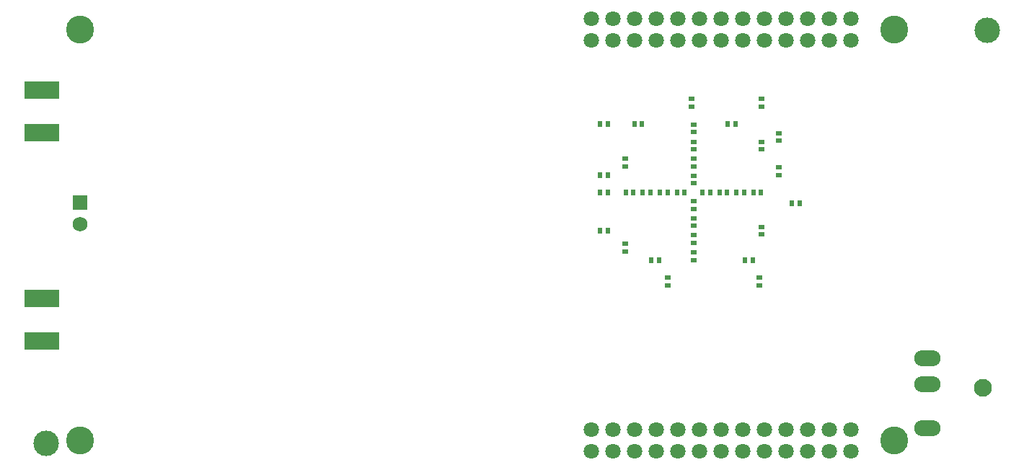
<source format=gbs>
G04 (created by PCBNEW (2013-mar-25)-stable) date Thursday, May 05, 2016 07:05:57 AM*
%MOIN*%
G04 Gerber Fmt 3.4, Leading zero omitted, Abs format*
%FSLAX34Y34*%
G01*
G70*
G90*
G04 APERTURE LIST*
%ADD10C,0.006*%
%ADD11C,0.0708661*%
%ADD12C,0.128937*%
%ADD13R,0.0688976X0.0688976*%
%ADD14C,0.0688976*%
%ADD15R,0.0275591X0.019685*%
%ADD16R,0.019685X0.0275591*%
%ADD17C,0.11811*%
%ADD18R,0.161417X0.0826772*%
%ADD19O,0.122047X0.0728346*%
%ADD20C,0.0826772*%
G04 APERTURE END LIST*
G54D10*
G54D11*
X68305Y-48370D03*
X68305Y-49370D03*
X67305Y-48370D03*
X67305Y-49370D03*
X66305Y-48370D03*
X66305Y-49370D03*
X65305Y-48370D03*
X65305Y-49370D03*
X64305Y-48370D03*
X64305Y-49370D03*
X63305Y-48370D03*
X63305Y-49370D03*
X62305Y-48370D03*
X62305Y-49370D03*
X61305Y-48370D03*
X61305Y-49370D03*
X60305Y-48370D03*
X60305Y-49370D03*
X59305Y-48370D03*
X59305Y-49370D03*
X58305Y-48370D03*
X58305Y-49370D03*
X57305Y-48370D03*
X57305Y-49370D03*
X56305Y-48370D03*
X56305Y-49370D03*
X68305Y-29370D03*
X68305Y-30370D03*
X67305Y-29370D03*
X67305Y-30370D03*
X66305Y-29370D03*
X66305Y-30370D03*
X65305Y-29370D03*
X65305Y-30370D03*
X64305Y-29370D03*
X64305Y-30370D03*
X63305Y-29370D03*
X63305Y-30370D03*
X62305Y-29370D03*
X62305Y-30370D03*
X61305Y-29370D03*
X61305Y-30370D03*
X60305Y-29370D03*
X60305Y-30370D03*
X59305Y-29370D03*
X59305Y-30370D03*
X58305Y-29370D03*
X58305Y-30370D03*
X57305Y-29370D03*
X57305Y-30370D03*
X56305Y-29370D03*
X56305Y-30370D03*
G54D12*
X70305Y-29870D03*
X70305Y-48870D03*
X32677Y-29870D03*
X32677Y-48870D03*
G54D13*
X32677Y-37885D03*
G54D14*
X32677Y-38885D03*
G54D15*
X61023Y-38956D03*
X61023Y-38602D03*
X60925Y-33444D03*
X60925Y-33090D03*
X59842Y-41358D03*
X59842Y-41712D03*
X64960Y-35019D03*
X64960Y-34665D03*
G54D16*
X57066Y-36614D03*
X56712Y-36614D03*
X57066Y-34251D03*
X56712Y-34251D03*
G54D15*
X64074Y-41358D03*
X64074Y-41712D03*
G54D16*
X57066Y-37401D03*
X56712Y-37401D03*
X57066Y-39173D03*
X56712Y-39173D03*
G54D15*
X64173Y-33444D03*
X64173Y-33090D03*
X64960Y-36240D03*
X64960Y-36594D03*
G54D16*
X65570Y-37893D03*
X65925Y-37893D03*
X63759Y-40551D03*
X63405Y-40551D03*
X58681Y-37401D03*
X59035Y-37401D03*
X58248Y-37401D03*
X57893Y-37401D03*
G54D15*
X64173Y-39350D03*
X64173Y-38996D03*
G54D16*
X62618Y-34251D03*
X62972Y-34251D03*
G54D15*
X61023Y-39389D03*
X61023Y-39744D03*
X61023Y-40177D03*
X61023Y-40531D03*
X57874Y-35846D03*
X57874Y-36200D03*
G54D16*
X59429Y-40551D03*
X59074Y-40551D03*
G54D15*
X61023Y-35059D03*
X61023Y-35413D03*
G54D16*
X58287Y-34251D03*
X58641Y-34251D03*
G54D15*
X61023Y-37814D03*
X61023Y-38169D03*
G54D16*
X59822Y-37401D03*
X59468Y-37401D03*
G54D15*
X61023Y-36200D03*
X61023Y-35846D03*
X64173Y-35413D03*
X64173Y-35059D03*
X61023Y-36988D03*
X61023Y-36633D03*
G54D16*
X61437Y-37401D03*
X61791Y-37401D03*
X63011Y-37401D03*
X63366Y-37401D03*
G54D15*
X61023Y-34625D03*
X61023Y-34271D03*
G54D16*
X60610Y-37401D03*
X60255Y-37401D03*
G54D15*
X57874Y-39783D03*
X57874Y-40137D03*
G54D16*
X62224Y-37401D03*
X62578Y-37401D03*
X63799Y-37401D03*
X64153Y-37401D03*
G54D17*
X31102Y-49015D03*
X74606Y-29921D03*
G54D18*
X30905Y-44291D03*
X30905Y-42322D03*
X30905Y-34645D03*
X30905Y-32677D03*
G54D19*
X71850Y-45078D03*
X71850Y-46259D03*
X71850Y-48307D03*
G54D20*
X74409Y-46456D03*
M02*

</source>
